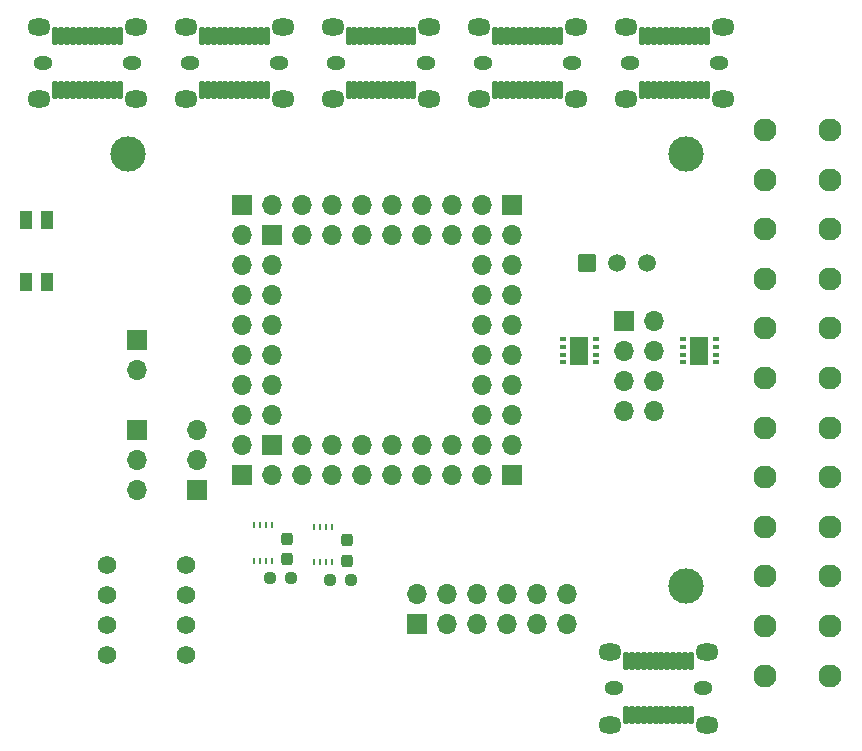
<source format=gbr>
%TF.GenerationSoftware,KiCad,Pcbnew,9.0.0-250-g02b756189b*%
%TF.CreationDate,2025-03-30T18:15:54-05:00*%
%TF.ProjectId,PicoPowerManagement,5069636f-506f-4776-9572-4d616e616765,rev?*%
%TF.SameCoordinates,Original*%
%TF.FileFunction,Soldermask,Top*%
%TF.FilePolarity,Negative*%
%FSLAX46Y46*%
G04 Gerber Fmt 4.6, Leading zero omitted, Abs format (unit mm)*
G04 Created by KiCad (PCBNEW 9.0.0-250-g02b756189b) date 2025-03-30 18:15:54*
%MOMM*%
%LPD*%
G01*
G04 APERTURE LIST*
G04 Aperture macros list*
%AMRoundRect*
0 Rectangle with rounded corners*
0 $1 Rounding radius*
0 $2 $3 $4 $5 $6 $7 $8 $9 X,Y pos of 4 corners*
0 Add a 4 corners polygon primitive as box body*
4,1,4,$2,$3,$4,$5,$6,$7,$8,$9,$2,$3,0*
0 Add four circle primitives for the rounded corners*
1,1,$1+$1,$2,$3*
1,1,$1+$1,$4,$5*
1,1,$1+$1,$6,$7*
1,1,$1+$1,$8,$9*
0 Add four rect primitives between the rounded corners*
20,1,$1+$1,$2,$3,$4,$5,0*
20,1,$1+$1,$4,$5,$6,$7,0*
20,1,$1+$1,$6,$7,$8,$9,0*
20,1,$1+$1,$8,$9,$2,$3,0*%
G04 Aperture macros list end*
%ADD10RoundRect,0.102000X-0.125000X-0.700000X0.125000X-0.700000X0.125000X0.700000X-0.125000X0.700000X0*%
%ADD11O,1.954000X1.454000*%
%ADD12O,1.604000X1.204000*%
%ADD13R,1.700000X1.700000*%
%ADD14O,1.700000X1.700000*%
%ADD15O,0.249999X0.599999*%
%ADD16C,3.000000*%
%ADD17C,1.574800*%
%ADD18RoundRect,0.237500X-0.250000X-0.237500X0.250000X-0.237500X0.250000X0.237500X-0.250000X0.237500X0*%
%ADD19RoundRect,0.237500X0.237500X-0.300000X0.237500X0.300000X-0.237500X0.300000X-0.237500X-0.300000X0*%
%ADD20R,1.000000X1.550000*%
%ADD21R,0.599999X0.309999*%
%ADD22R,1.649999X2.400000*%
%ADD23RoundRect,0.102000X-0.649000X-0.649000X0.649000X-0.649000X0.649000X0.649000X-0.649000X0.649000X0*%
%ADD24C,1.502000*%
%ADD25C,1.955800*%
G04 APERTURE END LIST*
D10*
%TO.C,J6*%
X53511000Y-22465000D03*
X54011000Y-22465000D03*
X54511000Y-22465000D03*
X55011000Y-22465000D03*
X55511000Y-22465000D03*
X56011000Y-22465000D03*
X56511000Y-22465000D03*
X57011000Y-22465000D03*
X57511000Y-22465000D03*
X58011000Y-22465000D03*
X58511000Y-22465000D03*
X59011000Y-22465000D03*
X59011000Y-27065000D03*
X58511000Y-27065000D03*
X58011000Y-27065000D03*
X57511000Y-27065000D03*
X57011000Y-27065000D03*
X56511000Y-27065000D03*
X56011000Y-27065000D03*
X55511000Y-27065000D03*
X55011000Y-27065000D03*
X54511000Y-27065000D03*
X54011000Y-27065000D03*
X53511000Y-27065000D03*
D11*
X52161000Y-21695000D03*
X60361000Y-21695000D03*
D12*
X52486000Y-24765000D03*
X60036000Y-24765000D03*
D11*
X52161000Y-27835000D03*
X60361000Y-27835000D03*
%TD*%
D13*
%TO.C,J15*%
X35560000Y-48260000D03*
D14*
X35560000Y-50800000D03*
%TD*%
D15*
%TO.C,U4*%
X47010001Y-63900000D03*
X46510002Y-63900000D03*
X46010000Y-63900000D03*
X45510002Y-63900000D03*
X45510002Y-66900000D03*
X46010000Y-66900000D03*
X46510002Y-66900000D03*
X47010001Y-66900000D03*
%TD*%
D16*
%TO.C,H3*%
X34798000Y-32512000D03*
%TD*%
D17*
%TO.C,J11*%
X33020000Y-74930000D03*
X33020000Y-72390000D03*
X33020000Y-69850000D03*
X33020000Y-67310000D03*
%TD*%
D18*
%TO.C,R1*%
X46847500Y-68400000D03*
X48672500Y-68400000D03*
%TD*%
D10*
%TO.C,J10*%
X77006000Y-75410000D03*
X77506000Y-75410000D03*
X78006000Y-75410000D03*
X78506000Y-75410000D03*
X79006000Y-75410000D03*
X79506000Y-75410000D03*
X80006000Y-75410000D03*
X80506000Y-75410000D03*
X81006000Y-75410000D03*
X81506000Y-75410000D03*
X82006000Y-75410000D03*
X82506000Y-75410000D03*
X82506000Y-80010000D03*
X82006000Y-80010000D03*
X81506000Y-80010000D03*
X81006000Y-80010000D03*
X80506000Y-80010000D03*
X80006000Y-80010000D03*
X79506000Y-80010000D03*
X79006000Y-80010000D03*
X78506000Y-80010000D03*
X78006000Y-80010000D03*
X77506000Y-80010000D03*
X77006000Y-80010000D03*
D11*
X75656000Y-74640000D03*
X83856000Y-74640000D03*
D12*
X75981000Y-77710000D03*
X83531000Y-77710000D03*
D11*
X75656000Y-80780000D03*
X83856000Y-80780000D03*
%TD*%
D19*
%TO.C,C2*%
X53340000Y-66902500D03*
X53340000Y-65177500D03*
%TD*%
D20*
%TO.C,SW1*%
X26240000Y-43350000D03*
X26240000Y-38100000D03*
X27940000Y-43350000D03*
X27940000Y-38100000D03*
%TD*%
D10*
%TO.C,J1*%
X28665000Y-22465000D03*
X29165000Y-22465000D03*
X29665000Y-22465000D03*
X30165000Y-22465000D03*
X30665000Y-22465000D03*
X31165000Y-22465000D03*
X31665000Y-22465000D03*
X32165000Y-22465000D03*
X32665000Y-22465000D03*
X33165000Y-22465000D03*
X33665000Y-22465000D03*
X34165000Y-22465000D03*
X34165000Y-27065000D03*
X33665000Y-27065000D03*
X33165000Y-27065000D03*
X32665000Y-27065000D03*
X32165000Y-27065000D03*
X31665000Y-27065000D03*
X31165000Y-27065000D03*
X30665000Y-27065000D03*
X30165000Y-27065000D03*
X29665000Y-27065000D03*
X29165000Y-27065000D03*
X28665000Y-27065000D03*
D11*
X27315000Y-21695000D03*
X35515000Y-21695000D03*
D12*
X27640000Y-24765000D03*
X35190000Y-24765000D03*
D11*
X27315000Y-27835000D03*
X35515000Y-27835000D03*
%TD*%
D21*
%TO.C,U3*%
X84590000Y-50123999D03*
X84590000Y-49474001D03*
X84590000Y-48823999D03*
X84590000Y-48174001D03*
X81790000Y-48174001D03*
X81790000Y-48823999D03*
X81790000Y-49474001D03*
X81790000Y-50123999D03*
D22*
X83190000Y-49149000D03*
%TD*%
D16*
%TO.C,H2*%
X82042000Y-69088000D03*
%TD*%
D21*
%TO.C,U2*%
X71630000Y-48174001D03*
X71630000Y-48823999D03*
X71630000Y-49474001D03*
X71630000Y-50123999D03*
X74430000Y-50123999D03*
X74430000Y-49474001D03*
X74430000Y-48823999D03*
X74430000Y-48174001D03*
D22*
X73030000Y-49149000D03*
%TD*%
D13*
%TO.C,J5*%
X76835000Y-46609000D03*
D14*
X79375000Y-46609000D03*
X76835000Y-49149000D03*
X79375000Y-49149000D03*
X76835000Y-51689000D03*
X79375000Y-51689000D03*
X76835000Y-54229000D03*
X79375000Y-54229000D03*
%TD*%
D13*
%TO.C,J3*%
X40640000Y-60960000D03*
D14*
X40640000Y-58420000D03*
X40640000Y-55880000D03*
%TD*%
D15*
%TO.C,U5*%
X52090001Y-64040000D03*
X51590002Y-64040000D03*
X51090000Y-64040000D03*
X50590002Y-64040000D03*
X50590002Y-67040000D03*
X51090000Y-67040000D03*
X51590002Y-67040000D03*
X52090001Y-67040000D03*
%TD*%
D13*
%TO.C,J8*%
X59309000Y-72263000D03*
D14*
X59309000Y-69723000D03*
X61849000Y-72263000D03*
X61849000Y-69723000D03*
X64389000Y-72263000D03*
X64389000Y-69723000D03*
X66929000Y-72263000D03*
X66929000Y-69723000D03*
X69469000Y-72263000D03*
X69469000Y-69723000D03*
X72009000Y-72263000D03*
X72009000Y-69723000D03*
%TD*%
D23*
%TO.C,Q1*%
X73741500Y-41678000D03*
D24*
X76281500Y-41678000D03*
X78821500Y-41678000D03*
%TD*%
D10*
%TO.C,J7*%
X65934000Y-22465000D03*
X66434000Y-22465000D03*
X66934000Y-22465000D03*
X67434000Y-22465000D03*
X67934000Y-22465000D03*
X68434000Y-22465000D03*
X68934000Y-22465000D03*
X69434000Y-22465000D03*
X69934000Y-22465000D03*
X70434000Y-22465000D03*
X70934000Y-22465000D03*
X71434000Y-22465000D03*
X71434000Y-27065000D03*
X70934000Y-27065000D03*
X70434000Y-27065000D03*
X69934000Y-27065000D03*
X69434000Y-27065000D03*
X68934000Y-27065000D03*
X68434000Y-27065000D03*
X67934000Y-27065000D03*
X67434000Y-27065000D03*
X66934000Y-27065000D03*
X66434000Y-27065000D03*
X65934000Y-27065000D03*
D11*
X64584000Y-21695000D03*
X72784000Y-21695000D03*
D12*
X64909000Y-24765000D03*
X72459000Y-24765000D03*
D11*
X64584000Y-27835000D03*
X72784000Y-27835000D03*
%TD*%
D13*
%TO.C,J4*%
X35560000Y-55880000D03*
D14*
X35560000Y-58420000D03*
X35560000Y-60960000D03*
%TD*%
D19*
%TO.C,C1*%
X48260000Y-66762500D03*
X48260000Y-65037500D03*
%TD*%
D10*
%TO.C,J9*%
X78357000Y-22465000D03*
X78857000Y-22465000D03*
X79357000Y-22465000D03*
X79857000Y-22465000D03*
X80357000Y-22465000D03*
X80857000Y-22465000D03*
X81357000Y-22465000D03*
X81857000Y-22465000D03*
X82357000Y-22465000D03*
X82857000Y-22465000D03*
X83357000Y-22465000D03*
X83857000Y-22465000D03*
X83857000Y-27065000D03*
X83357000Y-27065000D03*
X82857000Y-27065000D03*
X82357000Y-27065000D03*
X81857000Y-27065000D03*
X81357000Y-27065000D03*
X80857000Y-27065000D03*
X80357000Y-27065000D03*
X79857000Y-27065000D03*
X79357000Y-27065000D03*
X78857000Y-27065000D03*
X78357000Y-27065000D03*
D11*
X77007000Y-21695000D03*
X85207000Y-21695000D03*
D12*
X77332000Y-24765000D03*
X84882000Y-24765000D03*
D11*
X77007000Y-27835000D03*
X85207000Y-27835000D03*
%TD*%
D25*
%TO.C,J13*%
X94273000Y-30444000D03*
X94273000Y-34644000D03*
X94273000Y-38843999D03*
X94273000Y-43043998D03*
X94273000Y-47243998D03*
X94273000Y-51443997D03*
X94273000Y-55643996D03*
X94273000Y-59843995D03*
X94273000Y-64043995D03*
X94273000Y-68243994D03*
X94273000Y-72443993D03*
X94273000Y-76643992D03*
X88773001Y-30444000D03*
X88773001Y-34644000D03*
X88773001Y-38843999D03*
X88773001Y-43043998D03*
X88773001Y-47243998D03*
X88773001Y-51443997D03*
X88773001Y-55643996D03*
X88773001Y-59843995D03*
X88773001Y-64043995D03*
X88773001Y-68243994D03*
X88773001Y-72443993D03*
X88773001Y-76643992D03*
%TD*%
D17*
%TO.C,J12*%
X39766200Y-74930000D03*
X39766200Y-72390000D03*
X39766200Y-69850000D03*
X39766200Y-67310000D03*
%TD*%
D14*
%TO.C,U1*%
X46990000Y-54610000D03*
X44450000Y-57150000D03*
X46990000Y-59690000D03*
X49530000Y-57150000D03*
X49530000Y-59690000D03*
X52070000Y-57150000D03*
X52070000Y-59690000D03*
X54610000Y-57150000D03*
X54610000Y-59690000D03*
X57150000Y-57150000D03*
X57150000Y-59690000D03*
X59690000Y-57150000D03*
X59690000Y-59690000D03*
X62230000Y-57150000D03*
X62230000Y-59690000D03*
X64770000Y-57150000D03*
X64770000Y-59690000D03*
X67310000Y-57150000D03*
X67310000Y-54610000D03*
X64770000Y-54610000D03*
X67310000Y-52070000D03*
X64770000Y-52070000D03*
X67310000Y-49530000D03*
X64770000Y-49530000D03*
X67310000Y-46990000D03*
X64770000Y-46990000D03*
X67310000Y-44450000D03*
X64770000Y-44450000D03*
X67310000Y-41910000D03*
X64770000Y-41910000D03*
X67310000Y-39370000D03*
X64770000Y-39370000D03*
X64770000Y-36830000D03*
X62230000Y-39370000D03*
X62230000Y-36830000D03*
X59690000Y-39370000D03*
X59690000Y-36830000D03*
X57150000Y-39370000D03*
X57150000Y-36830000D03*
X54610000Y-39370000D03*
X54610000Y-36830000D03*
X52070000Y-39370000D03*
X52070000Y-36830000D03*
X49530000Y-39370000D03*
X49530000Y-36830000D03*
X46990000Y-36830000D03*
X44450000Y-39370000D03*
X46990000Y-41910000D03*
X44450000Y-41910000D03*
X46990000Y-44450000D03*
X44450000Y-44450000D03*
X44450000Y-46990000D03*
X46990000Y-46990000D03*
X44450000Y-49530000D03*
X46990000Y-49530000D03*
X44450000Y-52070000D03*
X46990000Y-52070000D03*
X44450000Y-54610000D03*
D13*
X44450000Y-59690000D03*
X46990000Y-57150000D03*
X67310000Y-59690000D03*
X67310000Y-36830000D03*
X44450000Y-36830000D03*
X46990000Y-39370000D03*
%TD*%
D10*
%TO.C,J2*%
X41088000Y-22465000D03*
X41588000Y-22465000D03*
X42088000Y-22465000D03*
X42588000Y-22465000D03*
X43088000Y-22465000D03*
X43588000Y-22465000D03*
X44088000Y-22465000D03*
X44588000Y-22465000D03*
X45088000Y-22465000D03*
X45588000Y-22465000D03*
X46088000Y-22465000D03*
X46588000Y-22465000D03*
X46588000Y-27065000D03*
X46088000Y-27065000D03*
X45588000Y-27065000D03*
X45088000Y-27065000D03*
X44588000Y-27065000D03*
X44088000Y-27065000D03*
X43588000Y-27065000D03*
X43088000Y-27065000D03*
X42588000Y-27065000D03*
X42088000Y-27065000D03*
X41588000Y-27065000D03*
X41088000Y-27065000D03*
D11*
X39738000Y-21695000D03*
X47938000Y-21695000D03*
D12*
X40063000Y-24765000D03*
X47613000Y-24765000D03*
D11*
X39738000Y-27835000D03*
X47938000Y-27835000D03*
%TD*%
D18*
%TO.C,R2*%
X51927500Y-68540000D03*
X53752500Y-68540000D03*
%TD*%
D16*
%TO.C,H1*%
X82042000Y-32512000D03*
%TD*%
M02*

</source>
